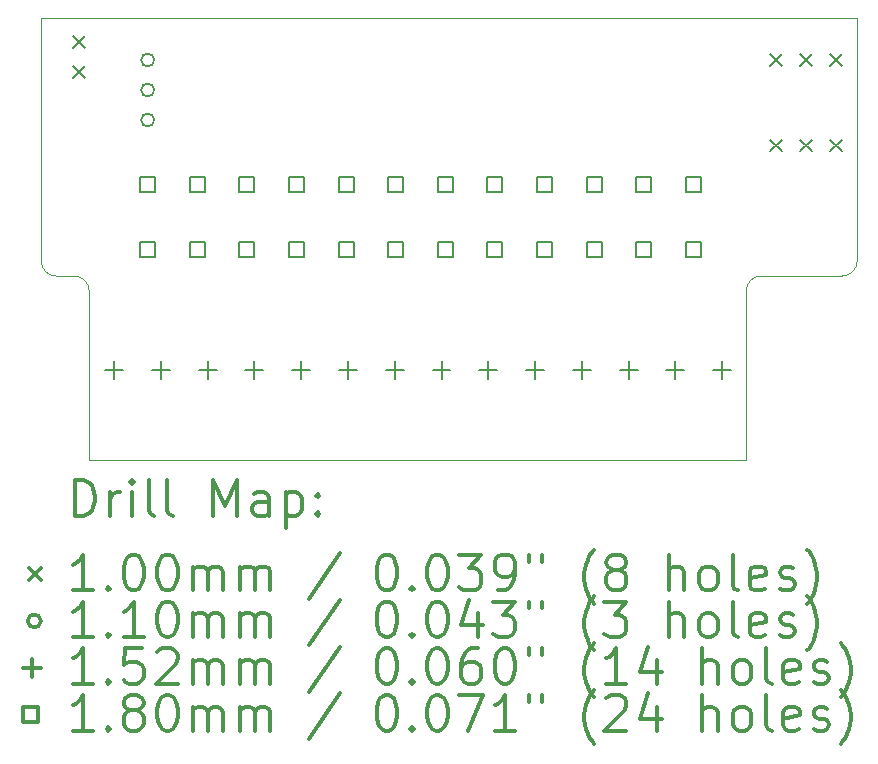
<source format=gbr>
%FSLAX45Y45*%
G04 Gerber Fmt 4.5, Leading zero omitted, Abs format (unit mm)*
G04 Created by KiCad (PCBNEW (5.1.6)-1) date 2022-09-15 12:09:33*
%MOMM*%
%LPD*%
G01*
G04 APERTURE LIST*
%TA.AperFunction,Profile*%
%ADD10C,0.050000*%
%TD*%
%ADD11C,0.200000*%
%ADD12C,0.300000*%
G04 APERTURE END LIST*
D10*
X18897600Y-6261100D02*
G75*
G02*
X18770600Y-6388100I-127000J0D01*
G01*
X12115800Y-6388100D02*
G75*
G02*
X11988800Y-6261100I0J127000D01*
G01*
X11988800Y-4203700D02*
X12496800Y-4203700D01*
X11988800Y-6261100D02*
X11988800Y-4203700D01*
X12268200Y-6388100D02*
X12115800Y-6388100D01*
X18897600Y-4203700D02*
X12496800Y-4203700D01*
X18897600Y-6261100D02*
X18897600Y-4203700D01*
X18084800Y-6388100D02*
X18770600Y-6388100D01*
X17957800Y-6908800D02*
X17957800Y-6515100D01*
X12395200Y-6515100D02*
X12395200Y-6908800D01*
X12268200Y-6388100D02*
G75*
G02*
X12395200Y-6515100I0J-127000D01*
G01*
X17957800Y-6515100D02*
G75*
G02*
X18084800Y-6388100I127000J0D01*
G01*
X12395200Y-7950200D02*
X12395200Y-6908800D01*
X17957800Y-7950200D02*
X17957800Y-6908800D01*
X12395200Y-7950200D02*
X17957800Y-7950200D01*
D11*
X12256300Y-4356900D02*
X12356300Y-4456900D01*
X12356300Y-4356900D02*
X12256300Y-4456900D01*
X12256300Y-4610900D02*
X12356300Y-4710900D01*
X12356300Y-4610900D02*
X12256300Y-4710900D01*
X18161800Y-4509300D02*
X18261800Y-4609300D01*
X18261800Y-4509300D02*
X18161800Y-4609300D01*
X18415800Y-4509300D02*
X18515800Y-4609300D01*
X18515800Y-4509300D02*
X18415800Y-4609300D01*
X18669800Y-4509300D02*
X18769800Y-4609300D01*
X18769800Y-4509300D02*
X18669800Y-4609300D01*
X18161800Y-5233200D02*
X18261800Y-5333200D01*
X18261800Y-5233200D02*
X18161800Y-5333200D01*
X18415800Y-5233200D02*
X18515800Y-5333200D01*
X18515800Y-5233200D02*
X18415800Y-5333200D01*
X18669800Y-5233200D02*
X18769800Y-5333200D01*
X18769800Y-5233200D02*
X18669800Y-5333200D01*
X12945500Y-4559300D02*
G75*
G03*
X12945500Y-4559300I-55000J0D01*
G01*
X12945500Y-4813300D02*
G75*
G03*
X12945500Y-4813300I-55000J0D01*
G01*
X12945500Y-5067300D02*
G75*
G03*
X12945500Y-5067300I-55000J0D01*
G01*
X12606600Y-7110500D02*
X12606600Y-7262500D01*
X12530600Y-7186500D02*
X12682600Y-7186500D01*
X13002600Y-7110500D02*
X13002600Y-7262500D01*
X12926600Y-7186500D02*
X13078600Y-7186500D01*
X13398600Y-7110500D02*
X13398600Y-7262500D01*
X13322600Y-7186500D02*
X13474600Y-7186500D01*
X13794600Y-7110500D02*
X13794600Y-7262500D01*
X13718600Y-7186500D02*
X13870600Y-7186500D01*
X14190600Y-7110500D02*
X14190600Y-7262500D01*
X14114600Y-7186500D02*
X14266600Y-7186500D01*
X14586600Y-7110500D02*
X14586600Y-7262500D01*
X14510600Y-7186500D02*
X14662600Y-7186500D01*
X14982600Y-7110500D02*
X14982600Y-7262500D01*
X14906600Y-7186500D02*
X15058600Y-7186500D01*
X15378600Y-7110500D02*
X15378600Y-7262500D01*
X15302600Y-7186500D02*
X15454600Y-7186500D01*
X15774600Y-7110500D02*
X15774600Y-7262500D01*
X15698600Y-7186500D02*
X15850600Y-7186500D01*
X16170600Y-7110500D02*
X16170600Y-7262500D01*
X16094600Y-7186500D02*
X16246600Y-7186500D01*
X16566600Y-7110500D02*
X16566600Y-7262500D01*
X16490600Y-7186500D02*
X16642600Y-7186500D01*
X16962600Y-7110500D02*
X16962600Y-7262500D01*
X16886600Y-7186500D02*
X17038600Y-7186500D01*
X17358600Y-7110500D02*
X17358600Y-7262500D01*
X17282600Y-7186500D02*
X17434600Y-7186500D01*
X17754600Y-7110500D02*
X17754600Y-7262500D01*
X17678600Y-7186500D02*
X17830600Y-7186500D01*
X12954140Y-5677040D02*
X12954140Y-5549760D01*
X12826860Y-5549760D01*
X12826860Y-5677040D01*
X12954140Y-5677040D01*
X12954140Y-6227040D02*
X12954140Y-6099760D01*
X12826860Y-6099760D01*
X12826860Y-6227040D01*
X12954140Y-6227040D01*
X13374140Y-5677040D02*
X13374140Y-5549760D01*
X13246860Y-5549760D01*
X13246860Y-5677040D01*
X13374140Y-5677040D01*
X13374140Y-6227040D02*
X13374140Y-6099760D01*
X13246860Y-6099760D01*
X13246860Y-6227040D01*
X13374140Y-6227040D01*
X13794140Y-5677040D02*
X13794140Y-5549760D01*
X13666860Y-5549760D01*
X13666860Y-5677040D01*
X13794140Y-5677040D01*
X13794140Y-6227040D02*
X13794140Y-6099760D01*
X13666860Y-6099760D01*
X13666860Y-6227040D01*
X13794140Y-6227040D01*
X14214140Y-5677040D02*
X14214140Y-5549760D01*
X14086860Y-5549760D01*
X14086860Y-5677040D01*
X14214140Y-5677040D01*
X14214140Y-6227040D02*
X14214140Y-6099760D01*
X14086860Y-6099760D01*
X14086860Y-6227040D01*
X14214140Y-6227040D01*
X14634140Y-5677040D02*
X14634140Y-5549760D01*
X14506860Y-5549760D01*
X14506860Y-5677040D01*
X14634140Y-5677040D01*
X14634140Y-6227040D02*
X14634140Y-6099760D01*
X14506860Y-6099760D01*
X14506860Y-6227040D01*
X14634140Y-6227040D01*
X15054140Y-5677040D02*
X15054140Y-5549760D01*
X14926860Y-5549760D01*
X14926860Y-5677040D01*
X15054140Y-5677040D01*
X15054140Y-6227040D02*
X15054140Y-6099760D01*
X14926860Y-6099760D01*
X14926860Y-6227040D01*
X15054140Y-6227040D01*
X15474140Y-5677040D02*
X15474140Y-5549760D01*
X15346860Y-5549760D01*
X15346860Y-5677040D01*
X15474140Y-5677040D01*
X15474140Y-6227040D02*
X15474140Y-6099760D01*
X15346860Y-6099760D01*
X15346860Y-6227040D01*
X15474140Y-6227040D01*
X15894140Y-5677040D02*
X15894140Y-5549760D01*
X15766860Y-5549760D01*
X15766860Y-5677040D01*
X15894140Y-5677040D01*
X15894140Y-6227040D02*
X15894140Y-6099760D01*
X15766860Y-6099760D01*
X15766860Y-6227040D01*
X15894140Y-6227040D01*
X16314140Y-5677040D02*
X16314140Y-5549760D01*
X16186860Y-5549760D01*
X16186860Y-5677040D01*
X16314140Y-5677040D01*
X16314140Y-6227040D02*
X16314140Y-6099760D01*
X16186860Y-6099760D01*
X16186860Y-6227040D01*
X16314140Y-6227040D01*
X16734140Y-5677040D02*
X16734140Y-5549760D01*
X16606860Y-5549760D01*
X16606860Y-5677040D01*
X16734140Y-5677040D01*
X16734140Y-6227040D02*
X16734140Y-6099760D01*
X16606860Y-6099760D01*
X16606860Y-6227040D01*
X16734140Y-6227040D01*
X17154140Y-5677040D02*
X17154140Y-5549760D01*
X17026860Y-5549760D01*
X17026860Y-5677040D01*
X17154140Y-5677040D01*
X17154140Y-6227040D02*
X17154140Y-6099760D01*
X17026860Y-6099760D01*
X17026860Y-6227040D01*
X17154140Y-6227040D01*
X17574140Y-5677040D02*
X17574140Y-5549760D01*
X17446860Y-5549760D01*
X17446860Y-5677040D01*
X17574140Y-5677040D01*
X17574140Y-6227040D02*
X17574140Y-6099760D01*
X17446860Y-6099760D01*
X17446860Y-6227040D01*
X17574140Y-6227040D01*
D12*
X12272728Y-8418414D02*
X12272728Y-8118414D01*
X12344157Y-8118414D01*
X12387014Y-8132700D01*
X12415586Y-8161271D01*
X12429871Y-8189843D01*
X12444157Y-8246986D01*
X12444157Y-8289843D01*
X12429871Y-8346986D01*
X12415586Y-8375557D01*
X12387014Y-8404129D01*
X12344157Y-8418414D01*
X12272728Y-8418414D01*
X12572728Y-8418414D02*
X12572728Y-8218414D01*
X12572728Y-8275557D02*
X12587014Y-8246986D01*
X12601300Y-8232700D01*
X12629871Y-8218414D01*
X12658443Y-8218414D01*
X12758443Y-8418414D02*
X12758443Y-8218414D01*
X12758443Y-8118414D02*
X12744157Y-8132700D01*
X12758443Y-8146986D01*
X12772728Y-8132700D01*
X12758443Y-8118414D01*
X12758443Y-8146986D01*
X12944157Y-8418414D02*
X12915586Y-8404129D01*
X12901300Y-8375557D01*
X12901300Y-8118414D01*
X13101300Y-8418414D02*
X13072728Y-8404129D01*
X13058443Y-8375557D01*
X13058443Y-8118414D01*
X13444157Y-8418414D02*
X13444157Y-8118414D01*
X13544157Y-8332700D01*
X13644157Y-8118414D01*
X13644157Y-8418414D01*
X13915586Y-8418414D02*
X13915586Y-8261271D01*
X13901300Y-8232700D01*
X13872728Y-8218414D01*
X13815586Y-8218414D01*
X13787014Y-8232700D01*
X13915586Y-8404129D02*
X13887014Y-8418414D01*
X13815586Y-8418414D01*
X13787014Y-8404129D01*
X13772728Y-8375557D01*
X13772728Y-8346986D01*
X13787014Y-8318414D01*
X13815586Y-8304129D01*
X13887014Y-8304129D01*
X13915586Y-8289843D01*
X14058443Y-8218414D02*
X14058443Y-8518414D01*
X14058443Y-8232700D02*
X14087014Y-8218414D01*
X14144157Y-8218414D01*
X14172728Y-8232700D01*
X14187014Y-8246986D01*
X14201300Y-8275557D01*
X14201300Y-8361271D01*
X14187014Y-8389843D01*
X14172728Y-8404129D01*
X14144157Y-8418414D01*
X14087014Y-8418414D01*
X14058443Y-8404129D01*
X14329871Y-8389843D02*
X14344157Y-8404129D01*
X14329871Y-8418414D01*
X14315586Y-8404129D01*
X14329871Y-8389843D01*
X14329871Y-8418414D01*
X14329871Y-8232700D02*
X14344157Y-8246986D01*
X14329871Y-8261271D01*
X14315586Y-8246986D01*
X14329871Y-8232700D01*
X14329871Y-8261271D01*
X11886300Y-8862700D02*
X11986300Y-8962700D01*
X11986300Y-8862700D02*
X11886300Y-8962700D01*
X12429871Y-9048414D02*
X12258443Y-9048414D01*
X12344157Y-9048414D02*
X12344157Y-8748414D01*
X12315586Y-8791272D01*
X12287014Y-8819843D01*
X12258443Y-8834129D01*
X12558443Y-9019843D02*
X12572728Y-9034129D01*
X12558443Y-9048414D01*
X12544157Y-9034129D01*
X12558443Y-9019843D01*
X12558443Y-9048414D01*
X12758443Y-8748414D02*
X12787014Y-8748414D01*
X12815586Y-8762700D01*
X12829871Y-8776986D01*
X12844157Y-8805557D01*
X12858443Y-8862700D01*
X12858443Y-8934129D01*
X12844157Y-8991272D01*
X12829871Y-9019843D01*
X12815586Y-9034129D01*
X12787014Y-9048414D01*
X12758443Y-9048414D01*
X12729871Y-9034129D01*
X12715586Y-9019843D01*
X12701300Y-8991272D01*
X12687014Y-8934129D01*
X12687014Y-8862700D01*
X12701300Y-8805557D01*
X12715586Y-8776986D01*
X12729871Y-8762700D01*
X12758443Y-8748414D01*
X13044157Y-8748414D02*
X13072728Y-8748414D01*
X13101300Y-8762700D01*
X13115586Y-8776986D01*
X13129871Y-8805557D01*
X13144157Y-8862700D01*
X13144157Y-8934129D01*
X13129871Y-8991272D01*
X13115586Y-9019843D01*
X13101300Y-9034129D01*
X13072728Y-9048414D01*
X13044157Y-9048414D01*
X13015586Y-9034129D01*
X13001300Y-9019843D01*
X12987014Y-8991272D01*
X12972728Y-8934129D01*
X12972728Y-8862700D01*
X12987014Y-8805557D01*
X13001300Y-8776986D01*
X13015586Y-8762700D01*
X13044157Y-8748414D01*
X13272728Y-9048414D02*
X13272728Y-8848414D01*
X13272728Y-8876986D02*
X13287014Y-8862700D01*
X13315586Y-8848414D01*
X13358443Y-8848414D01*
X13387014Y-8862700D01*
X13401300Y-8891272D01*
X13401300Y-9048414D01*
X13401300Y-8891272D02*
X13415586Y-8862700D01*
X13444157Y-8848414D01*
X13487014Y-8848414D01*
X13515586Y-8862700D01*
X13529871Y-8891272D01*
X13529871Y-9048414D01*
X13672728Y-9048414D02*
X13672728Y-8848414D01*
X13672728Y-8876986D02*
X13687014Y-8862700D01*
X13715586Y-8848414D01*
X13758443Y-8848414D01*
X13787014Y-8862700D01*
X13801300Y-8891272D01*
X13801300Y-9048414D01*
X13801300Y-8891272D02*
X13815586Y-8862700D01*
X13844157Y-8848414D01*
X13887014Y-8848414D01*
X13915586Y-8862700D01*
X13929871Y-8891272D01*
X13929871Y-9048414D01*
X14515586Y-8734129D02*
X14258443Y-9119843D01*
X14901300Y-8748414D02*
X14929871Y-8748414D01*
X14958443Y-8762700D01*
X14972728Y-8776986D01*
X14987014Y-8805557D01*
X15001300Y-8862700D01*
X15001300Y-8934129D01*
X14987014Y-8991272D01*
X14972728Y-9019843D01*
X14958443Y-9034129D01*
X14929871Y-9048414D01*
X14901300Y-9048414D01*
X14872728Y-9034129D01*
X14858443Y-9019843D01*
X14844157Y-8991272D01*
X14829871Y-8934129D01*
X14829871Y-8862700D01*
X14844157Y-8805557D01*
X14858443Y-8776986D01*
X14872728Y-8762700D01*
X14901300Y-8748414D01*
X15129871Y-9019843D02*
X15144157Y-9034129D01*
X15129871Y-9048414D01*
X15115586Y-9034129D01*
X15129871Y-9019843D01*
X15129871Y-9048414D01*
X15329871Y-8748414D02*
X15358443Y-8748414D01*
X15387014Y-8762700D01*
X15401300Y-8776986D01*
X15415586Y-8805557D01*
X15429871Y-8862700D01*
X15429871Y-8934129D01*
X15415586Y-8991272D01*
X15401300Y-9019843D01*
X15387014Y-9034129D01*
X15358443Y-9048414D01*
X15329871Y-9048414D01*
X15301300Y-9034129D01*
X15287014Y-9019843D01*
X15272728Y-8991272D01*
X15258443Y-8934129D01*
X15258443Y-8862700D01*
X15272728Y-8805557D01*
X15287014Y-8776986D01*
X15301300Y-8762700D01*
X15329871Y-8748414D01*
X15529871Y-8748414D02*
X15715586Y-8748414D01*
X15615586Y-8862700D01*
X15658443Y-8862700D01*
X15687014Y-8876986D01*
X15701300Y-8891272D01*
X15715586Y-8919843D01*
X15715586Y-8991272D01*
X15701300Y-9019843D01*
X15687014Y-9034129D01*
X15658443Y-9048414D01*
X15572728Y-9048414D01*
X15544157Y-9034129D01*
X15529871Y-9019843D01*
X15858443Y-9048414D02*
X15915586Y-9048414D01*
X15944157Y-9034129D01*
X15958443Y-9019843D01*
X15987014Y-8976986D01*
X16001300Y-8919843D01*
X16001300Y-8805557D01*
X15987014Y-8776986D01*
X15972728Y-8762700D01*
X15944157Y-8748414D01*
X15887014Y-8748414D01*
X15858443Y-8762700D01*
X15844157Y-8776986D01*
X15829871Y-8805557D01*
X15829871Y-8876986D01*
X15844157Y-8905557D01*
X15858443Y-8919843D01*
X15887014Y-8934129D01*
X15944157Y-8934129D01*
X15972728Y-8919843D01*
X15987014Y-8905557D01*
X16001300Y-8876986D01*
X16115586Y-8748414D02*
X16115586Y-8805557D01*
X16229871Y-8748414D02*
X16229871Y-8805557D01*
X16672728Y-9162700D02*
X16658443Y-9148414D01*
X16629871Y-9105557D01*
X16615586Y-9076986D01*
X16601300Y-9034129D01*
X16587014Y-8962700D01*
X16587014Y-8905557D01*
X16601300Y-8834129D01*
X16615586Y-8791272D01*
X16629871Y-8762700D01*
X16658443Y-8719843D01*
X16672728Y-8705557D01*
X16829871Y-8876986D02*
X16801300Y-8862700D01*
X16787014Y-8848414D01*
X16772728Y-8819843D01*
X16772728Y-8805557D01*
X16787014Y-8776986D01*
X16801300Y-8762700D01*
X16829871Y-8748414D01*
X16887014Y-8748414D01*
X16915586Y-8762700D01*
X16929871Y-8776986D01*
X16944157Y-8805557D01*
X16944157Y-8819843D01*
X16929871Y-8848414D01*
X16915586Y-8862700D01*
X16887014Y-8876986D01*
X16829871Y-8876986D01*
X16801300Y-8891272D01*
X16787014Y-8905557D01*
X16772728Y-8934129D01*
X16772728Y-8991272D01*
X16787014Y-9019843D01*
X16801300Y-9034129D01*
X16829871Y-9048414D01*
X16887014Y-9048414D01*
X16915586Y-9034129D01*
X16929871Y-9019843D01*
X16944157Y-8991272D01*
X16944157Y-8934129D01*
X16929871Y-8905557D01*
X16915586Y-8891272D01*
X16887014Y-8876986D01*
X17301300Y-9048414D02*
X17301300Y-8748414D01*
X17429871Y-9048414D02*
X17429871Y-8891272D01*
X17415586Y-8862700D01*
X17387014Y-8848414D01*
X17344157Y-8848414D01*
X17315586Y-8862700D01*
X17301300Y-8876986D01*
X17615586Y-9048414D02*
X17587014Y-9034129D01*
X17572728Y-9019843D01*
X17558443Y-8991272D01*
X17558443Y-8905557D01*
X17572728Y-8876986D01*
X17587014Y-8862700D01*
X17615586Y-8848414D01*
X17658443Y-8848414D01*
X17687014Y-8862700D01*
X17701300Y-8876986D01*
X17715586Y-8905557D01*
X17715586Y-8991272D01*
X17701300Y-9019843D01*
X17687014Y-9034129D01*
X17658443Y-9048414D01*
X17615586Y-9048414D01*
X17887014Y-9048414D02*
X17858443Y-9034129D01*
X17844157Y-9005557D01*
X17844157Y-8748414D01*
X18115586Y-9034129D02*
X18087014Y-9048414D01*
X18029871Y-9048414D01*
X18001300Y-9034129D01*
X17987014Y-9005557D01*
X17987014Y-8891272D01*
X18001300Y-8862700D01*
X18029871Y-8848414D01*
X18087014Y-8848414D01*
X18115586Y-8862700D01*
X18129871Y-8891272D01*
X18129871Y-8919843D01*
X17987014Y-8948414D01*
X18244157Y-9034129D02*
X18272728Y-9048414D01*
X18329871Y-9048414D01*
X18358443Y-9034129D01*
X18372728Y-9005557D01*
X18372728Y-8991272D01*
X18358443Y-8962700D01*
X18329871Y-8948414D01*
X18287014Y-8948414D01*
X18258443Y-8934129D01*
X18244157Y-8905557D01*
X18244157Y-8891272D01*
X18258443Y-8862700D01*
X18287014Y-8848414D01*
X18329871Y-8848414D01*
X18358443Y-8862700D01*
X18472728Y-9162700D02*
X18487014Y-9148414D01*
X18515586Y-9105557D01*
X18529871Y-9076986D01*
X18544157Y-9034129D01*
X18558443Y-8962700D01*
X18558443Y-8905557D01*
X18544157Y-8834129D01*
X18529871Y-8791272D01*
X18515586Y-8762700D01*
X18487014Y-8719843D01*
X18472728Y-8705557D01*
X11986300Y-9308700D02*
G75*
G03*
X11986300Y-9308700I-55000J0D01*
G01*
X12429871Y-9444414D02*
X12258443Y-9444414D01*
X12344157Y-9444414D02*
X12344157Y-9144414D01*
X12315586Y-9187272D01*
X12287014Y-9215843D01*
X12258443Y-9230129D01*
X12558443Y-9415843D02*
X12572728Y-9430129D01*
X12558443Y-9444414D01*
X12544157Y-9430129D01*
X12558443Y-9415843D01*
X12558443Y-9444414D01*
X12858443Y-9444414D02*
X12687014Y-9444414D01*
X12772728Y-9444414D02*
X12772728Y-9144414D01*
X12744157Y-9187272D01*
X12715586Y-9215843D01*
X12687014Y-9230129D01*
X13044157Y-9144414D02*
X13072728Y-9144414D01*
X13101300Y-9158700D01*
X13115586Y-9172986D01*
X13129871Y-9201557D01*
X13144157Y-9258700D01*
X13144157Y-9330129D01*
X13129871Y-9387272D01*
X13115586Y-9415843D01*
X13101300Y-9430129D01*
X13072728Y-9444414D01*
X13044157Y-9444414D01*
X13015586Y-9430129D01*
X13001300Y-9415843D01*
X12987014Y-9387272D01*
X12972728Y-9330129D01*
X12972728Y-9258700D01*
X12987014Y-9201557D01*
X13001300Y-9172986D01*
X13015586Y-9158700D01*
X13044157Y-9144414D01*
X13272728Y-9444414D02*
X13272728Y-9244414D01*
X13272728Y-9272986D02*
X13287014Y-9258700D01*
X13315586Y-9244414D01*
X13358443Y-9244414D01*
X13387014Y-9258700D01*
X13401300Y-9287272D01*
X13401300Y-9444414D01*
X13401300Y-9287272D02*
X13415586Y-9258700D01*
X13444157Y-9244414D01*
X13487014Y-9244414D01*
X13515586Y-9258700D01*
X13529871Y-9287272D01*
X13529871Y-9444414D01*
X13672728Y-9444414D02*
X13672728Y-9244414D01*
X13672728Y-9272986D02*
X13687014Y-9258700D01*
X13715586Y-9244414D01*
X13758443Y-9244414D01*
X13787014Y-9258700D01*
X13801300Y-9287272D01*
X13801300Y-9444414D01*
X13801300Y-9287272D02*
X13815586Y-9258700D01*
X13844157Y-9244414D01*
X13887014Y-9244414D01*
X13915586Y-9258700D01*
X13929871Y-9287272D01*
X13929871Y-9444414D01*
X14515586Y-9130129D02*
X14258443Y-9515843D01*
X14901300Y-9144414D02*
X14929871Y-9144414D01*
X14958443Y-9158700D01*
X14972728Y-9172986D01*
X14987014Y-9201557D01*
X15001300Y-9258700D01*
X15001300Y-9330129D01*
X14987014Y-9387272D01*
X14972728Y-9415843D01*
X14958443Y-9430129D01*
X14929871Y-9444414D01*
X14901300Y-9444414D01*
X14872728Y-9430129D01*
X14858443Y-9415843D01*
X14844157Y-9387272D01*
X14829871Y-9330129D01*
X14829871Y-9258700D01*
X14844157Y-9201557D01*
X14858443Y-9172986D01*
X14872728Y-9158700D01*
X14901300Y-9144414D01*
X15129871Y-9415843D02*
X15144157Y-9430129D01*
X15129871Y-9444414D01*
X15115586Y-9430129D01*
X15129871Y-9415843D01*
X15129871Y-9444414D01*
X15329871Y-9144414D02*
X15358443Y-9144414D01*
X15387014Y-9158700D01*
X15401300Y-9172986D01*
X15415586Y-9201557D01*
X15429871Y-9258700D01*
X15429871Y-9330129D01*
X15415586Y-9387272D01*
X15401300Y-9415843D01*
X15387014Y-9430129D01*
X15358443Y-9444414D01*
X15329871Y-9444414D01*
X15301300Y-9430129D01*
X15287014Y-9415843D01*
X15272728Y-9387272D01*
X15258443Y-9330129D01*
X15258443Y-9258700D01*
X15272728Y-9201557D01*
X15287014Y-9172986D01*
X15301300Y-9158700D01*
X15329871Y-9144414D01*
X15687014Y-9244414D02*
X15687014Y-9444414D01*
X15615586Y-9130129D02*
X15544157Y-9344414D01*
X15729871Y-9344414D01*
X15815586Y-9144414D02*
X16001300Y-9144414D01*
X15901300Y-9258700D01*
X15944157Y-9258700D01*
X15972728Y-9272986D01*
X15987014Y-9287272D01*
X16001300Y-9315843D01*
X16001300Y-9387272D01*
X15987014Y-9415843D01*
X15972728Y-9430129D01*
X15944157Y-9444414D01*
X15858443Y-9444414D01*
X15829871Y-9430129D01*
X15815586Y-9415843D01*
X16115586Y-9144414D02*
X16115586Y-9201557D01*
X16229871Y-9144414D02*
X16229871Y-9201557D01*
X16672728Y-9558700D02*
X16658443Y-9544414D01*
X16629871Y-9501557D01*
X16615586Y-9472986D01*
X16601300Y-9430129D01*
X16587014Y-9358700D01*
X16587014Y-9301557D01*
X16601300Y-9230129D01*
X16615586Y-9187272D01*
X16629871Y-9158700D01*
X16658443Y-9115843D01*
X16672728Y-9101557D01*
X16758443Y-9144414D02*
X16944157Y-9144414D01*
X16844157Y-9258700D01*
X16887014Y-9258700D01*
X16915586Y-9272986D01*
X16929871Y-9287272D01*
X16944157Y-9315843D01*
X16944157Y-9387272D01*
X16929871Y-9415843D01*
X16915586Y-9430129D01*
X16887014Y-9444414D01*
X16801300Y-9444414D01*
X16772728Y-9430129D01*
X16758443Y-9415843D01*
X17301300Y-9444414D02*
X17301300Y-9144414D01*
X17429871Y-9444414D02*
X17429871Y-9287272D01*
X17415586Y-9258700D01*
X17387014Y-9244414D01*
X17344157Y-9244414D01*
X17315586Y-9258700D01*
X17301300Y-9272986D01*
X17615586Y-9444414D02*
X17587014Y-9430129D01*
X17572728Y-9415843D01*
X17558443Y-9387272D01*
X17558443Y-9301557D01*
X17572728Y-9272986D01*
X17587014Y-9258700D01*
X17615586Y-9244414D01*
X17658443Y-9244414D01*
X17687014Y-9258700D01*
X17701300Y-9272986D01*
X17715586Y-9301557D01*
X17715586Y-9387272D01*
X17701300Y-9415843D01*
X17687014Y-9430129D01*
X17658443Y-9444414D01*
X17615586Y-9444414D01*
X17887014Y-9444414D02*
X17858443Y-9430129D01*
X17844157Y-9401557D01*
X17844157Y-9144414D01*
X18115586Y-9430129D02*
X18087014Y-9444414D01*
X18029871Y-9444414D01*
X18001300Y-9430129D01*
X17987014Y-9401557D01*
X17987014Y-9287272D01*
X18001300Y-9258700D01*
X18029871Y-9244414D01*
X18087014Y-9244414D01*
X18115586Y-9258700D01*
X18129871Y-9287272D01*
X18129871Y-9315843D01*
X17987014Y-9344414D01*
X18244157Y-9430129D02*
X18272728Y-9444414D01*
X18329871Y-9444414D01*
X18358443Y-9430129D01*
X18372728Y-9401557D01*
X18372728Y-9387272D01*
X18358443Y-9358700D01*
X18329871Y-9344414D01*
X18287014Y-9344414D01*
X18258443Y-9330129D01*
X18244157Y-9301557D01*
X18244157Y-9287272D01*
X18258443Y-9258700D01*
X18287014Y-9244414D01*
X18329871Y-9244414D01*
X18358443Y-9258700D01*
X18472728Y-9558700D02*
X18487014Y-9544414D01*
X18515586Y-9501557D01*
X18529871Y-9472986D01*
X18544157Y-9430129D01*
X18558443Y-9358700D01*
X18558443Y-9301557D01*
X18544157Y-9230129D01*
X18529871Y-9187272D01*
X18515586Y-9158700D01*
X18487014Y-9115843D01*
X18472728Y-9101557D01*
X11910300Y-9628700D02*
X11910300Y-9780700D01*
X11834300Y-9704700D02*
X11986300Y-9704700D01*
X12429871Y-9840414D02*
X12258443Y-9840414D01*
X12344157Y-9840414D02*
X12344157Y-9540414D01*
X12315586Y-9583272D01*
X12287014Y-9611843D01*
X12258443Y-9626129D01*
X12558443Y-9811843D02*
X12572728Y-9826129D01*
X12558443Y-9840414D01*
X12544157Y-9826129D01*
X12558443Y-9811843D01*
X12558443Y-9840414D01*
X12844157Y-9540414D02*
X12701300Y-9540414D01*
X12687014Y-9683272D01*
X12701300Y-9668986D01*
X12729871Y-9654700D01*
X12801300Y-9654700D01*
X12829871Y-9668986D01*
X12844157Y-9683272D01*
X12858443Y-9711843D01*
X12858443Y-9783272D01*
X12844157Y-9811843D01*
X12829871Y-9826129D01*
X12801300Y-9840414D01*
X12729871Y-9840414D01*
X12701300Y-9826129D01*
X12687014Y-9811843D01*
X12972728Y-9568986D02*
X12987014Y-9554700D01*
X13015586Y-9540414D01*
X13087014Y-9540414D01*
X13115586Y-9554700D01*
X13129871Y-9568986D01*
X13144157Y-9597557D01*
X13144157Y-9626129D01*
X13129871Y-9668986D01*
X12958443Y-9840414D01*
X13144157Y-9840414D01*
X13272728Y-9840414D02*
X13272728Y-9640414D01*
X13272728Y-9668986D02*
X13287014Y-9654700D01*
X13315586Y-9640414D01*
X13358443Y-9640414D01*
X13387014Y-9654700D01*
X13401300Y-9683272D01*
X13401300Y-9840414D01*
X13401300Y-9683272D02*
X13415586Y-9654700D01*
X13444157Y-9640414D01*
X13487014Y-9640414D01*
X13515586Y-9654700D01*
X13529871Y-9683272D01*
X13529871Y-9840414D01*
X13672728Y-9840414D02*
X13672728Y-9640414D01*
X13672728Y-9668986D02*
X13687014Y-9654700D01*
X13715586Y-9640414D01*
X13758443Y-9640414D01*
X13787014Y-9654700D01*
X13801300Y-9683272D01*
X13801300Y-9840414D01*
X13801300Y-9683272D02*
X13815586Y-9654700D01*
X13844157Y-9640414D01*
X13887014Y-9640414D01*
X13915586Y-9654700D01*
X13929871Y-9683272D01*
X13929871Y-9840414D01*
X14515586Y-9526129D02*
X14258443Y-9911843D01*
X14901300Y-9540414D02*
X14929871Y-9540414D01*
X14958443Y-9554700D01*
X14972728Y-9568986D01*
X14987014Y-9597557D01*
X15001300Y-9654700D01*
X15001300Y-9726129D01*
X14987014Y-9783272D01*
X14972728Y-9811843D01*
X14958443Y-9826129D01*
X14929871Y-9840414D01*
X14901300Y-9840414D01*
X14872728Y-9826129D01*
X14858443Y-9811843D01*
X14844157Y-9783272D01*
X14829871Y-9726129D01*
X14829871Y-9654700D01*
X14844157Y-9597557D01*
X14858443Y-9568986D01*
X14872728Y-9554700D01*
X14901300Y-9540414D01*
X15129871Y-9811843D02*
X15144157Y-9826129D01*
X15129871Y-9840414D01*
X15115586Y-9826129D01*
X15129871Y-9811843D01*
X15129871Y-9840414D01*
X15329871Y-9540414D02*
X15358443Y-9540414D01*
X15387014Y-9554700D01*
X15401300Y-9568986D01*
X15415586Y-9597557D01*
X15429871Y-9654700D01*
X15429871Y-9726129D01*
X15415586Y-9783272D01*
X15401300Y-9811843D01*
X15387014Y-9826129D01*
X15358443Y-9840414D01*
X15329871Y-9840414D01*
X15301300Y-9826129D01*
X15287014Y-9811843D01*
X15272728Y-9783272D01*
X15258443Y-9726129D01*
X15258443Y-9654700D01*
X15272728Y-9597557D01*
X15287014Y-9568986D01*
X15301300Y-9554700D01*
X15329871Y-9540414D01*
X15687014Y-9540414D02*
X15629871Y-9540414D01*
X15601300Y-9554700D01*
X15587014Y-9568986D01*
X15558443Y-9611843D01*
X15544157Y-9668986D01*
X15544157Y-9783272D01*
X15558443Y-9811843D01*
X15572728Y-9826129D01*
X15601300Y-9840414D01*
X15658443Y-9840414D01*
X15687014Y-9826129D01*
X15701300Y-9811843D01*
X15715586Y-9783272D01*
X15715586Y-9711843D01*
X15701300Y-9683272D01*
X15687014Y-9668986D01*
X15658443Y-9654700D01*
X15601300Y-9654700D01*
X15572728Y-9668986D01*
X15558443Y-9683272D01*
X15544157Y-9711843D01*
X15901300Y-9540414D02*
X15929871Y-9540414D01*
X15958443Y-9554700D01*
X15972728Y-9568986D01*
X15987014Y-9597557D01*
X16001300Y-9654700D01*
X16001300Y-9726129D01*
X15987014Y-9783272D01*
X15972728Y-9811843D01*
X15958443Y-9826129D01*
X15929871Y-9840414D01*
X15901300Y-9840414D01*
X15872728Y-9826129D01*
X15858443Y-9811843D01*
X15844157Y-9783272D01*
X15829871Y-9726129D01*
X15829871Y-9654700D01*
X15844157Y-9597557D01*
X15858443Y-9568986D01*
X15872728Y-9554700D01*
X15901300Y-9540414D01*
X16115586Y-9540414D02*
X16115586Y-9597557D01*
X16229871Y-9540414D02*
X16229871Y-9597557D01*
X16672728Y-9954700D02*
X16658443Y-9940414D01*
X16629871Y-9897557D01*
X16615586Y-9868986D01*
X16601300Y-9826129D01*
X16587014Y-9754700D01*
X16587014Y-9697557D01*
X16601300Y-9626129D01*
X16615586Y-9583272D01*
X16629871Y-9554700D01*
X16658443Y-9511843D01*
X16672728Y-9497557D01*
X16944157Y-9840414D02*
X16772728Y-9840414D01*
X16858443Y-9840414D02*
X16858443Y-9540414D01*
X16829871Y-9583272D01*
X16801300Y-9611843D01*
X16772728Y-9626129D01*
X17201300Y-9640414D02*
X17201300Y-9840414D01*
X17129871Y-9526129D02*
X17058443Y-9740414D01*
X17244157Y-9740414D01*
X17587014Y-9840414D02*
X17587014Y-9540414D01*
X17715586Y-9840414D02*
X17715586Y-9683272D01*
X17701300Y-9654700D01*
X17672728Y-9640414D01*
X17629871Y-9640414D01*
X17601300Y-9654700D01*
X17587014Y-9668986D01*
X17901300Y-9840414D02*
X17872728Y-9826129D01*
X17858443Y-9811843D01*
X17844157Y-9783272D01*
X17844157Y-9697557D01*
X17858443Y-9668986D01*
X17872728Y-9654700D01*
X17901300Y-9640414D01*
X17944157Y-9640414D01*
X17972728Y-9654700D01*
X17987014Y-9668986D01*
X18001300Y-9697557D01*
X18001300Y-9783272D01*
X17987014Y-9811843D01*
X17972728Y-9826129D01*
X17944157Y-9840414D01*
X17901300Y-9840414D01*
X18172728Y-9840414D02*
X18144157Y-9826129D01*
X18129871Y-9797557D01*
X18129871Y-9540414D01*
X18401300Y-9826129D02*
X18372728Y-9840414D01*
X18315586Y-9840414D01*
X18287014Y-9826129D01*
X18272728Y-9797557D01*
X18272728Y-9683272D01*
X18287014Y-9654700D01*
X18315586Y-9640414D01*
X18372728Y-9640414D01*
X18401300Y-9654700D01*
X18415586Y-9683272D01*
X18415586Y-9711843D01*
X18272728Y-9740414D01*
X18529871Y-9826129D02*
X18558443Y-9840414D01*
X18615586Y-9840414D01*
X18644157Y-9826129D01*
X18658443Y-9797557D01*
X18658443Y-9783272D01*
X18644157Y-9754700D01*
X18615586Y-9740414D01*
X18572728Y-9740414D01*
X18544157Y-9726129D01*
X18529871Y-9697557D01*
X18529871Y-9683272D01*
X18544157Y-9654700D01*
X18572728Y-9640414D01*
X18615586Y-9640414D01*
X18644157Y-9654700D01*
X18758443Y-9954700D02*
X18772728Y-9940414D01*
X18801300Y-9897557D01*
X18815586Y-9868986D01*
X18829871Y-9826129D01*
X18844157Y-9754700D01*
X18844157Y-9697557D01*
X18829871Y-9626129D01*
X18815586Y-9583272D01*
X18801300Y-9554700D01*
X18772728Y-9511843D01*
X18758443Y-9497557D01*
X11959940Y-10164340D02*
X11959940Y-10037060D01*
X11832660Y-10037060D01*
X11832660Y-10164340D01*
X11959940Y-10164340D01*
X12429871Y-10236414D02*
X12258443Y-10236414D01*
X12344157Y-10236414D02*
X12344157Y-9936414D01*
X12315586Y-9979272D01*
X12287014Y-10007843D01*
X12258443Y-10022129D01*
X12558443Y-10207843D02*
X12572728Y-10222129D01*
X12558443Y-10236414D01*
X12544157Y-10222129D01*
X12558443Y-10207843D01*
X12558443Y-10236414D01*
X12744157Y-10064986D02*
X12715586Y-10050700D01*
X12701300Y-10036414D01*
X12687014Y-10007843D01*
X12687014Y-9993557D01*
X12701300Y-9964986D01*
X12715586Y-9950700D01*
X12744157Y-9936414D01*
X12801300Y-9936414D01*
X12829871Y-9950700D01*
X12844157Y-9964986D01*
X12858443Y-9993557D01*
X12858443Y-10007843D01*
X12844157Y-10036414D01*
X12829871Y-10050700D01*
X12801300Y-10064986D01*
X12744157Y-10064986D01*
X12715586Y-10079272D01*
X12701300Y-10093557D01*
X12687014Y-10122129D01*
X12687014Y-10179272D01*
X12701300Y-10207843D01*
X12715586Y-10222129D01*
X12744157Y-10236414D01*
X12801300Y-10236414D01*
X12829871Y-10222129D01*
X12844157Y-10207843D01*
X12858443Y-10179272D01*
X12858443Y-10122129D01*
X12844157Y-10093557D01*
X12829871Y-10079272D01*
X12801300Y-10064986D01*
X13044157Y-9936414D02*
X13072728Y-9936414D01*
X13101300Y-9950700D01*
X13115586Y-9964986D01*
X13129871Y-9993557D01*
X13144157Y-10050700D01*
X13144157Y-10122129D01*
X13129871Y-10179272D01*
X13115586Y-10207843D01*
X13101300Y-10222129D01*
X13072728Y-10236414D01*
X13044157Y-10236414D01*
X13015586Y-10222129D01*
X13001300Y-10207843D01*
X12987014Y-10179272D01*
X12972728Y-10122129D01*
X12972728Y-10050700D01*
X12987014Y-9993557D01*
X13001300Y-9964986D01*
X13015586Y-9950700D01*
X13044157Y-9936414D01*
X13272728Y-10236414D02*
X13272728Y-10036414D01*
X13272728Y-10064986D02*
X13287014Y-10050700D01*
X13315586Y-10036414D01*
X13358443Y-10036414D01*
X13387014Y-10050700D01*
X13401300Y-10079272D01*
X13401300Y-10236414D01*
X13401300Y-10079272D02*
X13415586Y-10050700D01*
X13444157Y-10036414D01*
X13487014Y-10036414D01*
X13515586Y-10050700D01*
X13529871Y-10079272D01*
X13529871Y-10236414D01*
X13672728Y-10236414D02*
X13672728Y-10036414D01*
X13672728Y-10064986D02*
X13687014Y-10050700D01*
X13715586Y-10036414D01*
X13758443Y-10036414D01*
X13787014Y-10050700D01*
X13801300Y-10079272D01*
X13801300Y-10236414D01*
X13801300Y-10079272D02*
X13815586Y-10050700D01*
X13844157Y-10036414D01*
X13887014Y-10036414D01*
X13915586Y-10050700D01*
X13929871Y-10079272D01*
X13929871Y-10236414D01*
X14515586Y-9922129D02*
X14258443Y-10307843D01*
X14901300Y-9936414D02*
X14929871Y-9936414D01*
X14958443Y-9950700D01*
X14972728Y-9964986D01*
X14987014Y-9993557D01*
X15001300Y-10050700D01*
X15001300Y-10122129D01*
X14987014Y-10179272D01*
X14972728Y-10207843D01*
X14958443Y-10222129D01*
X14929871Y-10236414D01*
X14901300Y-10236414D01*
X14872728Y-10222129D01*
X14858443Y-10207843D01*
X14844157Y-10179272D01*
X14829871Y-10122129D01*
X14829871Y-10050700D01*
X14844157Y-9993557D01*
X14858443Y-9964986D01*
X14872728Y-9950700D01*
X14901300Y-9936414D01*
X15129871Y-10207843D02*
X15144157Y-10222129D01*
X15129871Y-10236414D01*
X15115586Y-10222129D01*
X15129871Y-10207843D01*
X15129871Y-10236414D01*
X15329871Y-9936414D02*
X15358443Y-9936414D01*
X15387014Y-9950700D01*
X15401300Y-9964986D01*
X15415586Y-9993557D01*
X15429871Y-10050700D01*
X15429871Y-10122129D01*
X15415586Y-10179272D01*
X15401300Y-10207843D01*
X15387014Y-10222129D01*
X15358443Y-10236414D01*
X15329871Y-10236414D01*
X15301300Y-10222129D01*
X15287014Y-10207843D01*
X15272728Y-10179272D01*
X15258443Y-10122129D01*
X15258443Y-10050700D01*
X15272728Y-9993557D01*
X15287014Y-9964986D01*
X15301300Y-9950700D01*
X15329871Y-9936414D01*
X15529871Y-9936414D02*
X15729871Y-9936414D01*
X15601300Y-10236414D01*
X16001300Y-10236414D02*
X15829871Y-10236414D01*
X15915586Y-10236414D02*
X15915586Y-9936414D01*
X15887014Y-9979272D01*
X15858443Y-10007843D01*
X15829871Y-10022129D01*
X16115586Y-9936414D02*
X16115586Y-9993557D01*
X16229871Y-9936414D02*
X16229871Y-9993557D01*
X16672728Y-10350700D02*
X16658443Y-10336414D01*
X16629871Y-10293557D01*
X16615586Y-10264986D01*
X16601300Y-10222129D01*
X16587014Y-10150700D01*
X16587014Y-10093557D01*
X16601300Y-10022129D01*
X16615586Y-9979272D01*
X16629871Y-9950700D01*
X16658443Y-9907843D01*
X16672728Y-9893557D01*
X16772728Y-9964986D02*
X16787014Y-9950700D01*
X16815586Y-9936414D01*
X16887014Y-9936414D01*
X16915586Y-9950700D01*
X16929871Y-9964986D01*
X16944157Y-9993557D01*
X16944157Y-10022129D01*
X16929871Y-10064986D01*
X16758443Y-10236414D01*
X16944157Y-10236414D01*
X17201300Y-10036414D02*
X17201300Y-10236414D01*
X17129871Y-9922129D02*
X17058443Y-10136414D01*
X17244157Y-10136414D01*
X17587014Y-10236414D02*
X17587014Y-9936414D01*
X17715586Y-10236414D02*
X17715586Y-10079272D01*
X17701300Y-10050700D01*
X17672728Y-10036414D01*
X17629871Y-10036414D01*
X17601300Y-10050700D01*
X17587014Y-10064986D01*
X17901300Y-10236414D02*
X17872728Y-10222129D01*
X17858443Y-10207843D01*
X17844157Y-10179272D01*
X17844157Y-10093557D01*
X17858443Y-10064986D01*
X17872728Y-10050700D01*
X17901300Y-10036414D01*
X17944157Y-10036414D01*
X17972728Y-10050700D01*
X17987014Y-10064986D01*
X18001300Y-10093557D01*
X18001300Y-10179272D01*
X17987014Y-10207843D01*
X17972728Y-10222129D01*
X17944157Y-10236414D01*
X17901300Y-10236414D01*
X18172728Y-10236414D02*
X18144157Y-10222129D01*
X18129871Y-10193557D01*
X18129871Y-9936414D01*
X18401300Y-10222129D02*
X18372728Y-10236414D01*
X18315586Y-10236414D01*
X18287014Y-10222129D01*
X18272728Y-10193557D01*
X18272728Y-10079272D01*
X18287014Y-10050700D01*
X18315586Y-10036414D01*
X18372728Y-10036414D01*
X18401300Y-10050700D01*
X18415586Y-10079272D01*
X18415586Y-10107843D01*
X18272728Y-10136414D01*
X18529871Y-10222129D02*
X18558443Y-10236414D01*
X18615586Y-10236414D01*
X18644157Y-10222129D01*
X18658443Y-10193557D01*
X18658443Y-10179272D01*
X18644157Y-10150700D01*
X18615586Y-10136414D01*
X18572728Y-10136414D01*
X18544157Y-10122129D01*
X18529871Y-10093557D01*
X18529871Y-10079272D01*
X18544157Y-10050700D01*
X18572728Y-10036414D01*
X18615586Y-10036414D01*
X18644157Y-10050700D01*
X18758443Y-10350700D02*
X18772728Y-10336414D01*
X18801300Y-10293557D01*
X18815586Y-10264986D01*
X18829871Y-10222129D01*
X18844157Y-10150700D01*
X18844157Y-10093557D01*
X18829871Y-10022129D01*
X18815586Y-9979272D01*
X18801300Y-9950700D01*
X18772728Y-9907843D01*
X18758443Y-9893557D01*
M02*

</source>
